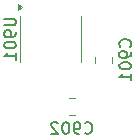
<source format=gbr>
%TF.GenerationSoftware,KiCad,Pcbnew,8.0.2*%
%TF.CreationDate,2025-03-06T23:30:14+01:00*%
%TF.ProjectId,meas,6d656173-2e6b-4696-9361-645f70636258,2.0.0*%
%TF.SameCoordinates,Original*%
%TF.FileFunction,Legend,Bot*%
%TF.FilePolarity,Positive*%
%FSLAX46Y46*%
G04 Gerber Fmt 4.6, Leading zero omitted, Abs format (unit mm)*
G04 Created by KiCad (PCBNEW 8.0.2) date 2025-03-06 23:30:14*
%MOMM*%
%LPD*%
G01*
G04 APERTURE LIST*
%ADD10C,0.150000*%
%ADD11C,0.120000*%
G04 APERTURE END LIST*
D10*
X220819819Y-65245714D02*
X221629342Y-65245714D01*
X221629342Y-65245714D02*
X221724580Y-65293333D01*
X221724580Y-65293333D02*
X221772200Y-65340952D01*
X221772200Y-65340952D02*
X221819819Y-65436190D01*
X221819819Y-65436190D02*
X221819819Y-65626666D01*
X221819819Y-65626666D02*
X221772200Y-65721904D01*
X221772200Y-65721904D02*
X221724580Y-65769523D01*
X221724580Y-65769523D02*
X221629342Y-65817142D01*
X221629342Y-65817142D02*
X220819819Y-65817142D01*
X221819819Y-66340952D02*
X221819819Y-66531428D01*
X221819819Y-66531428D02*
X221772200Y-66626666D01*
X221772200Y-66626666D02*
X221724580Y-66674285D01*
X221724580Y-66674285D02*
X221581723Y-66769523D01*
X221581723Y-66769523D02*
X221391247Y-66817142D01*
X221391247Y-66817142D02*
X221010295Y-66817142D01*
X221010295Y-66817142D02*
X220915057Y-66769523D01*
X220915057Y-66769523D02*
X220867438Y-66721904D01*
X220867438Y-66721904D02*
X220819819Y-66626666D01*
X220819819Y-66626666D02*
X220819819Y-66436190D01*
X220819819Y-66436190D02*
X220867438Y-66340952D01*
X220867438Y-66340952D02*
X220915057Y-66293333D01*
X220915057Y-66293333D02*
X221010295Y-66245714D01*
X221010295Y-66245714D02*
X221248390Y-66245714D01*
X221248390Y-66245714D02*
X221343628Y-66293333D01*
X221343628Y-66293333D02*
X221391247Y-66340952D01*
X221391247Y-66340952D02*
X221438866Y-66436190D01*
X221438866Y-66436190D02*
X221438866Y-66626666D01*
X221438866Y-66626666D02*
X221391247Y-66721904D01*
X221391247Y-66721904D02*
X221343628Y-66769523D01*
X221343628Y-66769523D02*
X221248390Y-66817142D01*
X220819819Y-67436190D02*
X220819819Y-67531428D01*
X220819819Y-67531428D02*
X220867438Y-67626666D01*
X220867438Y-67626666D02*
X220915057Y-67674285D01*
X220915057Y-67674285D02*
X221010295Y-67721904D01*
X221010295Y-67721904D02*
X221200771Y-67769523D01*
X221200771Y-67769523D02*
X221438866Y-67769523D01*
X221438866Y-67769523D02*
X221629342Y-67721904D01*
X221629342Y-67721904D02*
X221724580Y-67674285D01*
X221724580Y-67674285D02*
X221772200Y-67626666D01*
X221772200Y-67626666D02*
X221819819Y-67531428D01*
X221819819Y-67531428D02*
X221819819Y-67436190D01*
X221819819Y-67436190D02*
X221772200Y-67340952D01*
X221772200Y-67340952D02*
X221724580Y-67293333D01*
X221724580Y-67293333D02*
X221629342Y-67245714D01*
X221629342Y-67245714D02*
X221438866Y-67198095D01*
X221438866Y-67198095D02*
X221200771Y-67198095D01*
X221200771Y-67198095D02*
X221010295Y-67245714D01*
X221010295Y-67245714D02*
X220915057Y-67293333D01*
X220915057Y-67293333D02*
X220867438Y-67340952D01*
X220867438Y-67340952D02*
X220819819Y-67436190D01*
X221819819Y-68721904D02*
X221819819Y-68150476D01*
X221819819Y-68436190D02*
X220819819Y-68436190D01*
X220819819Y-68436190D02*
X220962676Y-68340952D01*
X220962676Y-68340952D02*
X221057914Y-68245714D01*
X221057914Y-68245714D02*
X221105533Y-68150476D01*
X231474580Y-67618952D02*
X231522200Y-67571333D01*
X231522200Y-67571333D02*
X231569819Y-67428476D01*
X231569819Y-67428476D02*
X231569819Y-67333238D01*
X231569819Y-67333238D02*
X231522200Y-67190381D01*
X231522200Y-67190381D02*
X231426961Y-67095143D01*
X231426961Y-67095143D02*
X231331723Y-67047524D01*
X231331723Y-67047524D02*
X231141247Y-66999905D01*
X231141247Y-66999905D02*
X230998390Y-66999905D01*
X230998390Y-66999905D02*
X230807914Y-67047524D01*
X230807914Y-67047524D02*
X230712676Y-67095143D01*
X230712676Y-67095143D02*
X230617438Y-67190381D01*
X230617438Y-67190381D02*
X230569819Y-67333238D01*
X230569819Y-67333238D02*
X230569819Y-67428476D01*
X230569819Y-67428476D02*
X230617438Y-67571333D01*
X230617438Y-67571333D02*
X230665057Y-67618952D01*
X231569819Y-68095143D02*
X231569819Y-68285619D01*
X231569819Y-68285619D02*
X231522200Y-68380857D01*
X231522200Y-68380857D02*
X231474580Y-68428476D01*
X231474580Y-68428476D02*
X231331723Y-68523714D01*
X231331723Y-68523714D02*
X231141247Y-68571333D01*
X231141247Y-68571333D02*
X230760295Y-68571333D01*
X230760295Y-68571333D02*
X230665057Y-68523714D01*
X230665057Y-68523714D02*
X230617438Y-68476095D01*
X230617438Y-68476095D02*
X230569819Y-68380857D01*
X230569819Y-68380857D02*
X230569819Y-68190381D01*
X230569819Y-68190381D02*
X230617438Y-68095143D01*
X230617438Y-68095143D02*
X230665057Y-68047524D01*
X230665057Y-68047524D02*
X230760295Y-67999905D01*
X230760295Y-67999905D02*
X230998390Y-67999905D01*
X230998390Y-67999905D02*
X231093628Y-68047524D01*
X231093628Y-68047524D02*
X231141247Y-68095143D01*
X231141247Y-68095143D02*
X231188866Y-68190381D01*
X231188866Y-68190381D02*
X231188866Y-68380857D01*
X231188866Y-68380857D02*
X231141247Y-68476095D01*
X231141247Y-68476095D02*
X231093628Y-68523714D01*
X231093628Y-68523714D02*
X230998390Y-68571333D01*
X230569819Y-69190381D02*
X230569819Y-69285619D01*
X230569819Y-69285619D02*
X230617438Y-69380857D01*
X230617438Y-69380857D02*
X230665057Y-69428476D01*
X230665057Y-69428476D02*
X230760295Y-69476095D01*
X230760295Y-69476095D02*
X230950771Y-69523714D01*
X230950771Y-69523714D02*
X231188866Y-69523714D01*
X231188866Y-69523714D02*
X231379342Y-69476095D01*
X231379342Y-69476095D02*
X231474580Y-69428476D01*
X231474580Y-69428476D02*
X231522200Y-69380857D01*
X231522200Y-69380857D02*
X231569819Y-69285619D01*
X231569819Y-69285619D02*
X231569819Y-69190381D01*
X231569819Y-69190381D02*
X231522200Y-69095143D01*
X231522200Y-69095143D02*
X231474580Y-69047524D01*
X231474580Y-69047524D02*
X231379342Y-68999905D01*
X231379342Y-68999905D02*
X231188866Y-68952286D01*
X231188866Y-68952286D02*
X230950771Y-68952286D01*
X230950771Y-68952286D02*
X230760295Y-68999905D01*
X230760295Y-68999905D02*
X230665057Y-69047524D01*
X230665057Y-69047524D02*
X230617438Y-69095143D01*
X230617438Y-69095143D02*
X230569819Y-69190381D01*
X231569819Y-70476095D02*
X231569819Y-69904667D01*
X231569819Y-70190381D02*
X230569819Y-70190381D01*
X230569819Y-70190381D02*
X230712676Y-70095143D01*
X230712676Y-70095143D02*
X230807914Y-69999905D01*
X230807914Y-69999905D02*
X230855533Y-69904667D01*
X227662047Y-74902580D02*
X227709666Y-74950200D01*
X227709666Y-74950200D02*
X227852523Y-74997819D01*
X227852523Y-74997819D02*
X227947761Y-74997819D01*
X227947761Y-74997819D02*
X228090618Y-74950200D01*
X228090618Y-74950200D02*
X228185856Y-74854961D01*
X228185856Y-74854961D02*
X228233475Y-74759723D01*
X228233475Y-74759723D02*
X228281094Y-74569247D01*
X228281094Y-74569247D02*
X228281094Y-74426390D01*
X228281094Y-74426390D02*
X228233475Y-74235914D01*
X228233475Y-74235914D02*
X228185856Y-74140676D01*
X228185856Y-74140676D02*
X228090618Y-74045438D01*
X228090618Y-74045438D02*
X227947761Y-73997819D01*
X227947761Y-73997819D02*
X227852523Y-73997819D01*
X227852523Y-73997819D02*
X227709666Y-74045438D01*
X227709666Y-74045438D02*
X227662047Y-74093057D01*
X227185856Y-74997819D02*
X226995380Y-74997819D01*
X226995380Y-74997819D02*
X226900142Y-74950200D01*
X226900142Y-74950200D02*
X226852523Y-74902580D01*
X226852523Y-74902580D02*
X226757285Y-74759723D01*
X226757285Y-74759723D02*
X226709666Y-74569247D01*
X226709666Y-74569247D02*
X226709666Y-74188295D01*
X226709666Y-74188295D02*
X226757285Y-74093057D01*
X226757285Y-74093057D02*
X226804904Y-74045438D01*
X226804904Y-74045438D02*
X226900142Y-73997819D01*
X226900142Y-73997819D02*
X227090618Y-73997819D01*
X227090618Y-73997819D02*
X227185856Y-74045438D01*
X227185856Y-74045438D02*
X227233475Y-74093057D01*
X227233475Y-74093057D02*
X227281094Y-74188295D01*
X227281094Y-74188295D02*
X227281094Y-74426390D01*
X227281094Y-74426390D02*
X227233475Y-74521628D01*
X227233475Y-74521628D02*
X227185856Y-74569247D01*
X227185856Y-74569247D02*
X227090618Y-74616866D01*
X227090618Y-74616866D02*
X226900142Y-74616866D01*
X226900142Y-74616866D02*
X226804904Y-74569247D01*
X226804904Y-74569247D02*
X226757285Y-74521628D01*
X226757285Y-74521628D02*
X226709666Y-74426390D01*
X226090618Y-73997819D02*
X225995380Y-73997819D01*
X225995380Y-73997819D02*
X225900142Y-74045438D01*
X225900142Y-74045438D02*
X225852523Y-74093057D01*
X225852523Y-74093057D02*
X225804904Y-74188295D01*
X225804904Y-74188295D02*
X225757285Y-74378771D01*
X225757285Y-74378771D02*
X225757285Y-74616866D01*
X225757285Y-74616866D02*
X225804904Y-74807342D01*
X225804904Y-74807342D02*
X225852523Y-74902580D01*
X225852523Y-74902580D02*
X225900142Y-74950200D01*
X225900142Y-74950200D02*
X225995380Y-74997819D01*
X225995380Y-74997819D02*
X226090618Y-74997819D01*
X226090618Y-74997819D02*
X226185856Y-74950200D01*
X226185856Y-74950200D02*
X226233475Y-74902580D01*
X226233475Y-74902580D02*
X226281094Y-74807342D01*
X226281094Y-74807342D02*
X226328713Y-74616866D01*
X226328713Y-74616866D02*
X226328713Y-74378771D01*
X226328713Y-74378771D02*
X226281094Y-74188295D01*
X226281094Y-74188295D02*
X226233475Y-74093057D01*
X226233475Y-74093057D02*
X226185856Y-74045438D01*
X226185856Y-74045438D02*
X226090618Y-73997819D01*
X225376332Y-74093057D02*
X225328713Y-74045438D01*
X225328713Y-74045438D02*
X225233475Y-73997819D01*
X225233475Y-73997819D02*
X224995380Y-73997819D01*
X224995380Y-73997819D02*
X224900142Y-74045438D01*
X224900142Y-74045438D02*
X224852523Y-74093057D01*
X224852523Y-74093057D02*
X224804904Y-74188295D01*
X224804904Y-74188295D02*
X224804904Y-74283533D01*
X224804904Y-74283533D02*
X224852523Y-74426390D01*
X224852523Y-74426390D02*
X225423951Y-74997819D01*
X225423951Y-74997819D02*
X224804904Y-74997819D01*
D11*
%TO.C,U901*%
X222205000Y-65010000D02*
X222205000Y-66960000D01*
X222205000Y-68910000D02*
X222205000Y-66960000D01*
X227325000Y-65010000D02*
X227325000Y-66960000D01*
X227325000Y-68910000D02*
X227325000Y-66960000D01*
X222300000Y-64260000D02*
X221970000Y-64500000D01*
X221970000Y-64020000D01*
X222300000Y-64260000D01*
G36*
X222300000Y-64260000D02*
G01*
X221970000Y-64500000D01*
X221970000Y-64020000D01*
X222300000Y-64260000D01*
G37*
%TO.C,C901*%
X228475000Y-68476748D02*
X228475000Y-68999252D01*
X229945000Y-68476748D02*
X229945000Y-68999252D01*
%TO.C,C902*%
X226831252Y-71940000D02*
X226308748Y-71940000D01*
X226831252Y-73410000D02*
X226308748Y-73410000D01*
%TD*%
M02*

</source>
